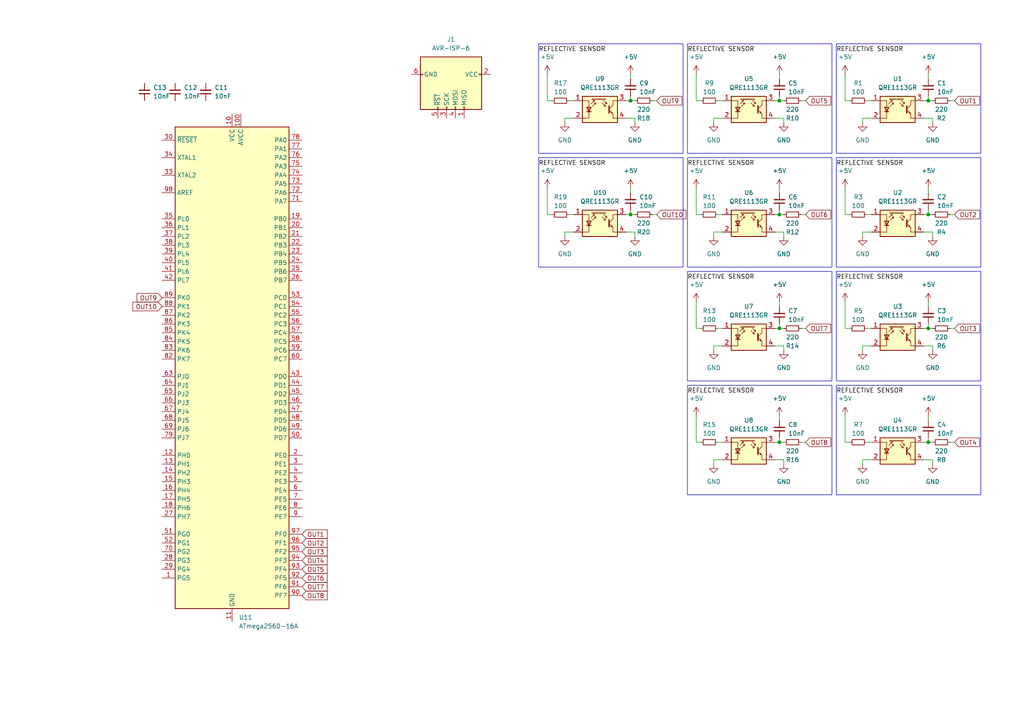
<source format=kicad_sch>
(kicad_sch (version 20230121) (generator eeschema)
  (paper "A4")
  (lib_symbols
    (symbol "Connector:AVR-ISP-6" (pin_names (offset 1.016))
      (property "Reference" "J" (at -6.35 11.43 0))
      (property "Value" "AVR-ISP-6" (at 0 11.43 0))
      (symbol "AVR-ISP-6_0_1"
        (rectangle (start -2.667 -6.858) (end -2.413 -7.62))
        (rectangle (start -2.667 10.16) (end -2.413 9.398))
        (rectangle (start 7.62 -2.413) (end 6.858 -2.667))
        (rectangle (start 7.62 0.127) (end 6.858 -0.127))
        (rectangle (start 7.62 2.667) (end 6.858 2.413))
        (rectangle (start 7.62 5.207) (end 6.858 4.953))
        (rectangle (start 7.62 10.16) (end -7.62 -7.62) (stroke (width 0.254)) (fill (type background)))
      )
      (symbol "AVR-ISP-6_1_1"
        (pin passive line (at 10.16 5.08 180) (length 2.54) (name "MISO") (number "1"))
        (pin passive line (at -2.54 12.7 270) (length 2.54) (name "VCC") (number "2"))
        (pin passive line (at 10.16 0 180) (length 2.54) (name "SCK") (number "3"))
        (pin passive line (at 10.16 2.54 180) (length 2.54) (name "MOSI") (number "4"))
        (pin passive line (at 10.16 -2.54 180) (length 2.54) (name "~{RST}") (number "5"))
        (pin passive line (at -2.54 -10.16 90) (length 2.54) (name "GND") (number "6"))
      )
    )
    (symbol "Device:C_Small" (pin_numbers hide) (pin_names (offset 0.254) hide)
      (property "Reference" "C" (at 0.254 1.778 0))
      (property "Value" "C_Small" (at 0.254 -2.032 0))
      (symbol "C_Small_0_1"
        (polyline (pts (xy -1.524 -0.508) (xy 1.524 -0.508)) (stroke (width 0.3302)))
        (polyline (pts (xy -1.524 0.508) (xy 1.524 0.508)) (stroke (width 0.3048)))
      )
      (symbol "C_Small_1_1"
        (pin passive line (at 0 2.54 270) (length 2.032) (name "~") (number "1"))
        (pin passive line (at 0 -2.54 90) (length 2.032) (name "~") (number "2"))
      )
    )
    (symbol "Device:R_Small" (pin_numbers hide) (pin_names (offset 0.254) hide)
      (property "Reference" "R" (at 0.762 0.508 0))
      (property "Value" "R_Small" (at 0.762 -1.016 0))
      (symbol "R_Small_0_1"
        (rectangle (start -0.762 1.778) (end 0.762 -1.778) (stroke (width 0.2032)))
      )
      (symbol "R_Small_1_1"
        (pin passive line (at 0 2.54 270) (length 0.762) (name "~") (number "1"))
        (pin passive line (at 0 -2.54 90) (length 0.762) (name "~") (number "2"))
      )
    )
    (symbol "MCU_Microchip_ATmega:ATmega2560-16A"
      (property "Reference" "U" (at 0 1.27 0))
      (property "Value" "ATmega2560-16A" (at 0 -1.27 0))
      (symbol "ATmega2560-16A_0_1"
        (rectangle (start -16.51 -69.85) (end 16.51 69.85) (stroke (width 0.254)) (fill (type background)))
      )
      (symbol "ATmega2560-16A_1_1"
        (pin bidirectional line (at -20.32 -60.96 0) (length 3.81) (name "PG5") (number "1"))
        (pin power_in line (at 0 73.66 270) (length 3.81) (name "VCC") (number "10"))
        (pin power_in line (at 2.54 73.66 270) (length 3.81) (name "AVCC") (number "100"))
        (pin power_in line (at 0 -73.66 90) (length 3.81) (name "GND") (number "11"))
        (pin bidirectional line (at -20.32 -25.4 0) (length 3.81) (name "PH0") (number "12"))
        (pin bidirectional line (at -20.32 -27.94 0) (length 3.81) (name "PH1") (number "13"))
        (pin bidirectional line (at -20.32 -30.48 0) (length 3.81) (name "PH2") (number "14"))
        (pin bidirectional line (at -20.32 -33.02 0) (length 3.81) (name "PH3") (number "15"))
        (pin bidirectional line (at -20.32 -35.56 0) (length 3.81) (name "PH4") (number "16"))
        (pin bidirectional line (at -20.32 -38.1 0) (length 3.81) (name "PH5") (number "17"))
        (pin bidirectional line (at -20.32 -40.64 0) (length 3.81) (name "PH6") (number "18"))
        (pin bidirectional line (at 20.32 43.18 180) (length 3.81) (name "PB0") (number "19"))
        (pin bidirectional line (at 20.32 -25.4 180) (length 3.81) (name "PE0") (number "2"))
        (pin bidirectional line (at 20.32 40.64 180) (length 3.81) (name "PB1") (number "20"))
        (pin bidirectional line (at 20.32 38.1 180) (length 3.81) (name "PB2") (number "21"))
        (pin bidirectional line (at 20.32 35.56 180) (length 3.81) (name "PB3") (number "22"))
        (pin bidirectional line (at 20.32 33.02 180) (length 3.81) (name "PB4") (number "23"))
        (pin bidirectional line (at 20.32 30.48 180) (length 3.81) (name "PB5") (number "24"))
        (pin bidirectional line (at 20.32 27.94 180) (length 3.81) (name "PB6") (number "25"))
        (pin bidirectional line (at 20.32 25.4 180) (length 3.81) (name "PB7") (number "26"))
        (pin bidirectional line (at -20.32 -43.18 0) (length 3.81) (name "PH7") (number "27"))
        (pin bidirectional line (at -20.32 -55.88 0) (length 3.81) (name "PG3") (number "28"))
        (pin bidirectional line (at -20.32 -58.42 0) (length 3.81) (name "PG4") (number "29"))
        (pin bidirectional line (at 20.32 -27.94 180) (length 3.81) (name "PE1") (number "3"))
        (pin input line (at -20.32 66.04 0) (length 3.81) (name "~{RESET}") (number "30"))
        (pin passive line (at 0 73.66 270) (length 3.81) hide (name "VCC") (number "31"))
        (pin passive line (at 0 -73.66 90) (length 3.81) hide (name "GND") (number "32"))
        (pin output line (at -20.32 55.88 0) (length 3.81) (name "XTAL2") (number "33"))
        (pin input line (at -20.32 60.96 0) (length 3.81) (name "XTAL1") (number "34"))
        (pin bidirectional line (at -20.32 43.18 0) (length 3.81) (name "PL0") (number "35"))
        (pin bidirectional line (at -20.32 40.64 0) (length 3.81) (name "PL1") (number "36"))
        (pin bidirectional line (at -20.32 38.1 0) (length 3.81) (name "PL2") (number "37"))
        (pin bidirectional line (at -20.32 35.56 0) (length 3.81) (name "PL3") (number "38"))
        (pin bidirectional line (at -20.32 33.02 0) (length 3.81) (name "PL4") (number "39"))
        (pin bidirectional line (at 20.32 -30.48 180) (length 3.81) (name "PE2") (number "4"))
        (pin bidirectional line (at -20.32 30.48 0) (length 3.81) (name "PL5") (number "40"))
        (pin bidirectional line (at -20.32 27.94 0) (length 3.81) (name "PL6") (number "41"))
        (pin bidirectional line (at -20.32 25.4 0) (length 3.81) (name "PL7") (number "42"))
        (pin bidirectional line (at 20.32 -2.54 180) (length 3.81) (name "PD0") (number "43"))
        (pin bidirectional line (at 20.32 -5.08 180) (length 3.81) (name "PD1") (number "44"))
        (pin bidirectional line (at 20.32 -7.62 180) (length 3.81) (name "PD2") (number "45"))
        (pin bidirectional line (at 20.32 -10.16 180) (length 3.81) (name "PD3") (number "46"))
        (pin bidirectional line (at 20.32 -12.7 180) (length 3.81) (name "PD4") (number "47"))
        (pin bidirectional line (at 20.32 -15.24 180) (length 3.81) (name "PD5") (number "48"))
        (pin bidirectional line (at 20.32 -17.78 180) (length 3.81) (name "PD6") (number "49"))
        (pin bidirectional line (at 20.32 -33.02 180) (length 3.81) (name "PE3") (number "5"))
        (pin bidirectional line (at 20.32 -20.32 180) (length 3.81) (name "PD7") (number "50"))
        (pin bidirectional line (at -20.32 -48.26 0) (length 3.81) (name "PG0") (number "51"))
        (pin bidirectional line (at -20.32 -50.8 0) (length 3.81) (name "PG1") (number "52"))
        (pin bidirectional line (at 20.32 20.32 180) (length 3.81) (name "PC0") (number "53"))
        (pin bidirectional line (at 20.32 17.78 180) (length 3.81) (name "PC1") (number "54"))
        (pin bidirectional line (at 20.32 15.24 180) (length 3.81) (name "PC2") (number "55"))
        (pin bidirectional line (at 20.32 12.7 180) (length 3.81) (name "PC3") (number "56"))
        (pin bidirectional line (at 20.32 10.16 180) (length 3.81) (name "PC4") (number "57"))
        (pin bidirectional line (at 20.32 7.62 180) (length 3.81) (name "PC5") (number "58"))
        (pin bidirectional line (at 20.32 5.08 180) (length 3.81) (name "PC6") (number "59"))
        (pin bidirectional line (at 20.32 -35.56 180) (length 3.81) (name "PE4") (number "6"))
        (pin bidirectional line (at 20.32 2.54 180) (length 3.81) (name "PC7") (number "60"))
        (pin passive line (at 0 73.66 270) (length 3.81) hide (name "VCC") (number "61"))
        (pin passive line (at 0 -73.66 90) (length 3.81) hide (name "GND") (number "62"))
        (pin bidirectional line (at -20.32 -2.54 0) (length 3.81) (name "PJ0") (number "63"))
        (pin bidirectional line (at -20.32 -5.08 0) (length 3.81) (name "PJ1") (number "64"))
        (pin bidirectional line (at -20.32 -7.62 0) (length 3.81) (name "PJ2") (number "65"))
        (pin bidirectional line (at -20.32 -10.16 0) (length 3.81) (name "PJ3") (number "66"))
        (pin bidirectional line (at -20.32 -12.7 0) (length 3.81) (name "PJ4") (number "67"))
        (pin bidirectional line (at -20.32 -15.24 0) (length 3.81) (name "PJ5") (number "68"))
        (pin bidirectional line (at -20.32 -17.78 0) (length 3.81) (name "PJ6") (number "69"))
        (pin bidirectional line (at 20.32 -38.1 180) (length 3.81) (name "PE5") (number "7"))
        (pin bidirectional line (at -20.32 -53.34 0) (length 3.81) (name "PG2") (number "70"))
        (pin bidirectional line (at 20.32 48.26 180) (length 3.81) (name "PA7") (number "71"))
        (pin bidirectional line (at 20.32 50.8 180) (length 3.81) (name "PA6") (number "72"))
        (pin bidirectional line (at 20.32 53.34 180) (length 3.81) (name "PA5") (number "73"))
        (pin bidirectional line (at 20.32 55.88 180) (length 3.81) (name "PA4") (number "74"))
        (pin bidirectional line (at 20.32 58.42 180) (length 3.81) (name "PA3") (number "75"))
        (pin bidirectional line (at 20.32 60.96 180) (length 3.81) (name "PA2") (number "76"))
        (pin bidirectional line (at 20.32 63.5 180) (length 3.81) (name "PA1") (number "77"))
        (pin bidirectional line (at 20.32 66.04 180) (length 3.81) (name "PA0") (number "78"))
        (pin bidirectional line (at -20.32 -20.32 0) (length 3.81) (name "PJ7") (number "79"))
        (pin bidirectional line (at 20.32 -40.64 180) (length 3.81) (name "PE6") (number "8"))
        (pin passive line (at 0 73.66 270) (length 3.81) hide (name "VCC") (number "80"))
        (pin passive line (at 0 -73.66 90) (length 3.81) hide (name "GND") (number "81"))
        (pin bidirectional line (at -20.32 2.54 0) (length 3.81) (name "PK7") (number "82"))
        (pin bidirectional line (at -20.32 5.08 0) (length 3.81) (name "PK6") (number "83"))
        (pin bidirectional line (at -20.32 7.62 0) (length 3.81) (name "PK5") (number "84"))
        (pin bidirectional line (at -20.32 10.16 0) (length 3.81) (name "PK4") (number "85"))
        (pin bidirectional line (at -20.32 12.7 0) (length 3.81) (name "PK3") (number "86"))
        (pin bidirectional line (at -20.32 15.24 0) (length 3.81) (name "PK2") (number "87"))
        (pin bidirectional line (at -20.32 17.78 0) (length 3.81) (name "PK1") (number "88"))
        (pin bidirectional line (at -20.32 20.32 0) (length 3.81) (name "PK0") (number "89"))
        (pin bidirectional line (at 20.32 -43.18 180) (length 3.81) (name "PE7") (number "9"))
        (pin bidirectional line (at 20.32 -66.04 180) (length 3.81) (name "PF7") (number "90"))
        (pin bidirectional line (at 20.32 -63.5 180) (length 3.81) (name "PF6") (number "91"))
        (pin bidirectional line (at 20.32 -60.96 180) (length 3.81) (name "PF5") (number "92"))
        (pin bidirectional line (at 20.32 -58.42 180) (length 3.81) (name "PF4") (number "93"))
        (pin bidirectional line (at 20.32 -55.88 180) (length 3.81) (name "PF3") (number "94"))
        (pin bidirectional line (at 20.32 -53.34 180) (length 3.81) (name "PF2") (number "95"))
        (pin bidirectional line (at 20.32 -50.8 180) (length 3.81) (name "PF1") (number "96"))
        (pin bidirectional line (at 20.32 -48.26 180) (length 3.81) (name "PF0") (number "97"))
        (pin passive line (at -20.32 50.8 0) (length 3.81) (name "AREF") (number "98"))
        (pin passive line (at 0 -73.66 90) (length 3.81) hide (name "GND") (number "99"))
      )
    )
    (symbol "Sensor_Proximity:QRE1113GR" (pin_names (offset 0.0254) hide)
      (property "Reference" "U" (at -3.81 5.08 0))
      (property "Value" "QRE1113GR" (at 11.43 5.08 0))
      (symbol "QRE1113GR_0_1"
        (polyline (pts (xy -3.81 -0.635) (xy -2.54 -0.635)) (stroke (width 0.254)))
        (polyline (pts (xy -2.286 2.921) (xy -2.032 3.175)))
        (polyline (pts (xy -1.778 2.921) (xy -1.524 3.175)))
        (polyline (pts (xy -1.524 2.667) (xy -1.651 2.159)))
        (polyline (pts (xy -1.27 2.921) (xy -1.016 3.175)))
        (polyline (pts (xy -1.143 1.905) (xy -1.27 1.397)))
        (polyline (pts (xy -0.762 2.921) (xy -0.508 3.175)))
        (polyline (pts (xy -0.254 2.921) (xy 0 3.175)))
        (polyline (pts (xy 0.254 2.921) (xy 0.508 3.175)))
        (polyline (pts (xy 0.762 2.921) (xy 1.016 3.175)))
        (polyline (pts (xy 1.27 2.921) (xy 1.524 3.175)))
        (polyline (pts (xy 1.651 0.889) (xy 1.143 1.016)))
        (polyline (pts (xy 1.778 2.921) (xy -2.413 2.921)))
        (polyline (pts (xy 2.032 1.651) (xy 1.524 1.778)))
        (polyline (pts (xy 2.667 -0.127) (xy 3.81 -1.27)))
        (polyline (pts (xy 2.667 0.127) (xy 3.81 1.27)))
        (polyline (pts (xy -2.54 1.651) (xy -1.524 2.667) (xy -2.032 2.54)))
        (polyline (pts (xy -2.159 0.889) (xy -1.143 1.905) (xy -1.651 1.778)))
        (polyline (pts (xy 0.635 1.905) (xy 1.651 0.889) (xy 1.524 1.397)))
        (polyline (pts (xy 1.016 2.667) (xy 2.032 1.651) (xy 1.905 2.159)))
        (polyline (pts (xy 2.667 1.016) (xy 2.667 -1.016) (xy 2.667 -1.016)) (stroke (width 0.3556)))
        (polyline (pts (xy 3.81 -1.27) (xy 3.81 -2.54) (xy 5.08 -2.54)))
        (polyline (pts (xy 3.81 1.27) (xy 3.81 2.54) (xy 5.08 2.54)))
        (polyline (pts (xy -5.08 -2.54) (xy -3.175 -2.54) (xy -3.175 2.54) (xy -5.08 2.54)))
        (polyline (pts (xy -3.175 -0.635) (xy -3.81 0.635) (xy -2.54 0.635) (xy -3.175 -0.635)) (stroke (width 0.254)))
        (polyline (pts (xy 3.683 -1.143) (xy 3.429 -0.635) (xy 3.175 -0.889) (xy 3.683 -1.143)))
        (polyline (pts (xy -5.08 -3.81) (xy 5.08 -3.81) (xy 5.08 3.81) (xy -5.08 3.81) (xy -5.08 -3.81)) (stroke (width 0.254)) (fill (type background)))
      )
      (symbol "QRE1113GR_1_1"
        (pin passive line (at -7.62 2.54 0) (length 2.54) (name "A") (number "1"))
        (pin passive line (at -7.62 -2.54 0) (length 2.54) (name "K") (number "2"))
        (pin open_collector line (at 7.62 2.54 180) (length 2.54) (name "~") (number "3"))
        (pin open_emitter line (at 7.62 -2.54 180) (length 2.54) (name "~") (number "4"))
      )
    )
    (symbol "power:+5V" (power) (pin_names (offset 0))
      (property "Value" "+5V" (at 0 3.556 0))
      (symbol "+5V_0_1"
        (polyline (pts (xy -0.762 1.27) (xy 0 2.54)))
        (polyline (pts (xy 0 0) (xy 0 2.54)))
        (polyline (pts (xy 0 2.54) (xy 0.762 1.27)))
      )
      (symbol "+5V_1_1"
        (pin power_in line (at 0 0 90) (length 0) hide (name "+5V") (number "1"))
      )
    )
    (symbol "power:GND" (power) (pin_names (offset 0))
      (property "Value" "GND" (at 0 -3.81 0))
      (symbol "GND_0_1"
        (polyline (pts (xy 0 0) (xy 0 -1.27) (xy 1.27 -1.27) (xy 0 -2.54) (xy -1.27 -1.27) (xy 0 -1.27)))
      )
      (symbol "GND_1_1"
        (pin power_in line (at 0 0 270) (length 0) hide (name "GND") (number "1"))
      )
    )
  )
  (junction (at 226.06 62.23))
  (junction (at 269.24 62.23))
  (junction (at 269.24 95.25))
  (junction (at 226.06 128.27))
  (junction (at 226.06 29.21))
  (junction (at 269.24 128.27))
  (junction (at 226.06 95.25))
  (junction (at 182.88 29.21))
  (junction (at 182.88 62.23))
  (junction (at 269.24 29.21))
  (wire (pts (xy 166.37 34.29) (xy 163.83 34.29)))
  (wire (pts (xy 269.24 95.25) (xy 270.51 95.25)))
  (wire (pts (xy 251.46 128.27) (xy 252.73 128.27)))
  (wire (pts (xy 267.97 34.29) (xy 270.51 34.29)))
  (wire (pts (xy 224.79 128.27) (xy 226.06 128.27)))
  (wire (pts (xy 232.41 95.25) (xy 233.68 95.25)))
  (wire (pts (xy 269.24 29.21) (xy 270.51 29.21)))
  (wire (pts (xy 232.41 62.23) (xy 233.68 62.23)))
  (wire (pts (xy 158.75 21.59) (xy 158.75 29.21)))
  (wire (pts (xy 267.97 128.27) (xy 269.24 128.27)))
  (wire (pts (xy 165.1 29.21) (xy 166.37 29.21)))
  (wire (pts (xy 226.06 62.23) (xy 227.33 62.23)))
  (wire (pts (xy 226.06 95.25) (xy 227.33 95.25)))
  (wire (pts (xy 208.28 29.21) (xy 209.55 29.21)))
  (wire (pts (xy 181.61 29.21) (xy 182.88 29.21)))
  (wire (pts (xy 267.97 133.35) (xy 270.51 133.35)))
  (wire (pts (xy 182.88 62.23) (xy 182.88 60.96)))
  (wire (pts (xy 207.01 133.35) (xy 207.01 134.62)))
  (wire (pts (xy 269.24 128.27) (xy 270.51 128.27)))
  (wire (pts (xy 250.19 100.33) (xy 250.19 101.6)))
  (wire (pts (xy 269.24 87.63) (xy 269.24 88.9)))
  (wire (pts (xy 165.1 62.23) (xy 166.37 62.23)))
  (wire (pts (xy 209.55 34.29) (xy 207.01 34.29)))
  (wire (pts (xy 209.55 133.35) (xy 207.01 133.35)))
  (wire (pts (xy 163.83 67.31) (xy 163.83 68.58)))
  (wire (pts (xy 224.79 67.31) (xy 227.33 67.31)))
  (wire (pts (xy 208.28 128.27) (xy 209.55 128.27)))
  (wire (pts (xy 224.79 62.23) (xy 226.06 62.23)))
  (wire (pts (xy 201.93 21.59) (xy 201.93 29.21)))
  (wire (pts (xy 201.93 29.21) (xy 203.2 29.21)))
  (wire (pts (xy 224.79 95.25) (xy 226.06 95.25)))
  (wire (pts (xy 245.11 128.27) (xy 246.38 128.27)))
  (wire (pts (xy 208.28 62.23) (xy 209.55 62.23)))
  (wire (pts (xy 208.28 95.25) (xy 209.55 95.25)))
  (wire (pts (xy 250.19 133.35) (xy 250.19 134.62)))
  (wire (pts (xy 158.75 29.21) (xy 160.02 29.21)))
  (wire (pts (xy 252.73 67.31) (xy 250.19 67.31)))
  (wire (pts (xy 267.97 95.25) (xy 269.24 95.25)))
  (wire (pts (xy 207.01 34.29) (xy 207.01 35.56)))
  (wire (pts (xy 251.46 95.25) (xy 252.73 95.25)))
  (wire (pts (xy 232.41 29.21) (xy 233.68 29.21)))
  (wire (pts (xy 226.06 120.65) (xy 226.06 121.92)))
  (wire (pts (xy 226.06 128.27) (xy 227.33 128.27)))
  (wire (pts (xy 245.11 87.63) (xy 245.11 95.25)))
  (wire (pts (xy 227.33 67.31) (xy 227.33 68.58)))
  (wire (pts (xy 201.93 87.63) (xy 201.93 95.25)))
  (wire (pts (xy 181.61 34.29) (xy 184.15 34.29)))
  (wire (pts (xy 181.61 67.31) (xy 184.15 67.31)))
  (wire (pts (xy 189.23 62.23) (xy 190.5 62.23)))
  (wire (pts (xy 252.73 34.29) (xy 250.19 34.29)))
  (wire (pts (xy 201.93 95.25) (xy 203.2 95.25)))
  (wire (pts (xy 189.23 29.21) (xy 190.5 29.21)))
  (wire (pts (xy 182.88 62.23) (xy 184.15 62.23)))
  (wire (pts (xy 201.93 120.65) (xy 201.93 128.27)))
  (wire (pts (xy 252.73 133.35) (xy 250.19 133.35)))
  (wire (pts (xy 207.01 67.31) (xy 207.01 68.58)))
  (wire (pts (xy 275.59 95.25) (xy 276.86 95.25)))
  (wire (pts (xy 269.24 21.59) (xy 269.24 22.86)))
  (wire (pts (xy 269.24 62.23) (xy 269.24 60.96)))
  (wire (pts (xy 181.61 62.23) (xy 182.88 62.23)))
  (wire (pts (xy 269.24 128.27) (xy 269.24 127)))
  (wire (pts (xy 267.97 67.31) (xy 270.51 67.31)))
  (wire (pts (xy 224.79 133.35) (xy 227.33 133.35)))
  (wire (pts (xy 201.93 54.61) (xy 201.93 62.23)))
  (wire (pts (xy 182.88 29.21) (xy 184.15 29.21)))
  (wire (pts (xy 182.88 54.61) (xy 182.88 55.88)))
  (wire (pts (xy 269.24 95.25) (xy 269.24 93.98)))
  (wire (pts (xy 270.51 67.31) (xy 270.51 68.58)))
  (wire (pts (xy 184.15 67.31) (xy 184.15 68.58)))
  (wire (pts (xy 166.37 67.31) (xy 163.83 67.31)))
  (wire (pts (xy 269.24 54.61) (xy 269.24 55.88)))
  (wire (pts (xy 269.24 62.23) (xy 270.51 62.23)))
  (wire (pts (xy 252.73 100.33) (xy 250.19 100.33)))
  (wire (pts (xy 182.88 21.59) (xy 182.88 22.86)))
  (wire (pts (xy 226.06 29.21) (xy 227.33 29.21)))
  (wire (pts (xy 227.33 100.33) (xy 227.33 101.6)))
  (wire (pts (xy 224.79 34.29) (xy 227.33 34.29)))
  (wire (pts (xy 267.97 29.21) (xy 269.24 29.21)))
  (wire (pts (xy 226.06 62.23) (xy 226.06 60.96)))
  (wire (pts (xy 267.97 100.33) (xy 270.51 100.33)))
  (wire (pts (xy 207.01 100.33) (xy 207.01 101.6)))
  (wire (pts (xy 245.11 29.21) (xy 246.38 29.21)))
  (wire (pts (xy 275.59 128.27) (xy 276.86 128.27)))
  (wire (pts (xy 224.79 100.33) (xy 227.33 100.33)))
  (wire (pts (xy 158.75 54.61) (xy 158.75 62.23)))
  (wire (pts (xy 250.19 34.29) (xy 250.19 35.56)))
  (wire (pts (xy 245.11 54.61) (xy 245.11 62.23)))
  (wire (pts (xy 226.06 29.21) (xy 226.06 27.94)))
  (wire (pts (xy 245.11 120.65) (xy 245.11 128.27)))
  (wire (pts (xy 224.79 29.21) (xy 226.06 29.21)))
  (wire (pts (xy 227.33 34.29) (xy 227.33 35.56)))
  (wire (pts (xy 270.51 100.33) (xy 270.51 101.6)))
  (wire (pts (xy 163.83 34.29) (xy 163.83 35.56)))
  (wire (pts (xy 209.55 67.31) (xy 207.01 67.31)))
  (wire (pts (xy 226.06 87.63) (xy 226.06 88.9)))
  (wire (pts (xy 184.15 34.29) (xy 184.15 35.56)))
  (wire (pts (xy 251.46 29.21) (xy 252.73 29.21)))
  (wire (pts (xy 201.93 128.27) (xy 203.2 128.27)))
  (wire (pts (xy 209.55 100.33) (xy 207.01 100.33)))
  (wire (pts (xy 269.24 120.65) (xy 269.24 121.92)))
  (wire (pts (xy 250.19 67.31) (xy 250.19 68.58)))
  (wire (pts (xy 226.06 95.25) (xy 226.06 93.98)))
  (wire (pts (xy 245.11 62.23) (xy 246.38 62.23)))
  (wire (pts (xy 226.06 21.59) (xy 226.06 22.86)))
  (wire (pts (xy 267.97 62.23) (xy 269.24 62.23)))
  (wire (pts (xy 245.11 95.25) (xy 246.38 95.25)))
  (wire (pts (xy 226.06 54.61) (xy 226.06 55.88)))
  (wire (pts (xy 275.59 62.23) (xy 276.86 62.23)))
  (wire (pts (xy 270.51 34.29) (xy 270.51 35.56)))
  (wire (pts (xy 182.88 29.21) (xy 182.88 27.94)))
  (wire (pts (xy 201.93 62.23) (xy 203.2 62.23)))
  (wire (pts (xy 245.11 21.59) (xy 245.11 29.21)))
  (wire (pts (xy 158.75 62.23) (xy 160.02 62.23)))
  (wire (pts (xy 270.51 133.35) (xy 270.51 134.62)))
  (wire (pts (xy 232.41 128.27) (xy 233.68 128.27)))
  (wire (pts (xy 226.06 128.27) (xy 226.06 127)))
  (wire (pts (xy 227.33 133.35) (xy 227.33 134.62)))
  (wire (pts (xy 251.46 62.23) (xy 252.73 62.23)))
  (wire (pts (xy 269.24 29.21) (xy 269.24 27.94)))
  (wire (pts (xy 275.59 29.21) (xy 276.86 29.21)))
  (rectangle (start 199.39 78.74) (end 241.3 110.49))
  (rectangle (start 156.21 45.72) (end 198.12 77.47))
  (rectangle (start 242.57 78.74) (end 284.48 110.49))
  (rectangle (start 199.39 45.72) (end 241.3 77.47))
  (rectangle (start 199.39 111.76) (end 241.3 143.51))
  (rectangle (start 199.39 12.7) (end 241.3 44.45))
  (rectangle (start 242.57 111.76) (end 284.48 143.51))
  (rectangle (start 242.57 45.72) (end 284.48 77.47))
  (rectangle (start 242.57 12.7) (end 284.48 44.45))
  (rectangle (start 156.21 12.7) (end 198.12 44.45))
  (label "REFLECTIVE SENSOR" (at 199.39 48.26 0))
  (label "REFLECTIVE SENSOR" (at 199.39 81.28 0))
  (label "REFLECTIVE SENSOR" (at 156.21 15.24 0))
  (label "REFLECTIVE SENSOR" (at 242.57 81.28 0))
  (label "REFLECTIVE SENSOR" (at 242.57 15.24 0))
  (label "REFLECTIVE SENSOR" (at 199.39 15.24 0))
  (label "REFLECTIVE SENSOR" (at 199.39 114.3 0))
  (label "REFLECTIVE SENSOR" (at 242.57 48.26 0))
  (label "REFLECTIVE SENSOR" (at 242.57 114.3 0))
  (label "REFLECTIVE SENSOR" (at 156.21 48.26 0))
  (global_label "OUT8" (shape input) (at 87.63 172.72 0) (property "Intersheetrefs" "${INTERSHEET_REFS}" (effects hide)))
  (global_label "OUT6" (shape input) (at 87.63 167.64 0) (property "Intersheetrefs" "${INTERSHEET_REFS}" (effects hide)))
  (global_label "OUT1" (shape input) (at 276.86 29.21 0) (property "Intersheetrefs" "${INTERSHEET_REFS}" (effects hide)))
  (global_label "OUT9" (shape input) (at 46.99 86.36 180) (property "Intersheetrefs" "${INTERSHEET_REFS}" (effects hide)))
  (global_label "OUT3" (shape input) (at 87.63 160.02 0) (property "Intersheetrefs" "${INTERSHEET_REFS}" (effects hide)))
  (global_label "OUT5" (shape input) (at 233.68 29.21 0) (property "Intersheetrefs" "${INTERSHEET_REFS}" (effects hide)))
  (global_label "OUT7" (shape input) (at 233.68 95.25 0) (property "Intersheetrefs" "${INTERSHEET_REFS}" (effects hide)))
  (global_label "OUT6" (shape input) (at 233.68 62.23 0) (property "Intersheetrefs" "${INTERSHEET_REFS}" (effects hide)))
  (global_label "OUT3" (shape input) (at 276.86 95.25 0) (property "Intersheetrefs" "${INTERSHEET_REFS}" (effects hide)))
  (global_label "OUT1" (shape input) (at 87.63 154.94 0) (property "Intersheetrefs" "${INTERSHEET_REFS}" (effects hide)))
  (global_label "OUT2" (shape input) (at 87.63 157.48 0) (property "Intersheetrefs" "${INTERSHEET_REFS}" (effects hide)))
  (global_label "OUT4" (shape input) (at 87.63 162.56 0) (property "Intersheetrefs" "${INTERSHEET_REFS}" (effects hide)))
  (global_label "OUT10" (shape input) (at 190.5 62.23 0) (property "Intersheetrefs" "${INTERSHEET_REFS}" (effects hide)))
  (global_label "OUT8" (shape input) (at 233.68 128.27 0) (property "Intersheetrefs" "${INTERSHEET_REFS}" (effects hide)))
  (global_label "OUT4" (shape input) (at 276.86 128.27 0) (property "Intersheetrefs" "${INTERSHEET_REFS}" (effects hide)))
  (global_label "OUT10" (shape input) (at 46.99 88.9 180) (property "Intersheetrefs" "${INTERSHEET_REFS}" (effects hide)))
  (global_label "OUT5" (shape input) (at 87.63 165.1 0) (property "Intersheetrefs" "${INTERSHEET_REFS}" (effects hide)))
  (global_label "OUT2" (shape input) (at 276.86 62.23 0) (property "Intersheetrefs" "${INTERSHEET_REFS}" (effects hide)))
  (global_label "OUT9" (shape input) (at 190.5 29.21 0) (property "Intersheetrefs" "${INTERSHEET_REFS}" (effects hide)))
  (global_label "OUT7" (shape input) (at 87.63 170.18 0) (property "Intersheetrefs" "${INTERSHEET_REFS}" (effects hide)))
  (symbol (lib_id "Sensor_Proximity:QRE1113GR") (at 173.99 31.75 0) (unit 1)
    (property "Reference" "U9" (at 173.99 22.86 0))
    (property "Value" "QRE1113GR" (at 173.99 25.4 0))
    (property "Footprint" "OptoDevice:OnSemi_CASE100CY" (effects hide))
    (property "Datasheet" "http://www.onsemi.com/pub/Collateral/QRE1113-D.PDF" (effects hide))
  )
  (symbol (lib_id "power:GND") (at 163.83 68.58 0) (unit 1)
    (property "Reference" "#PWR038" (effects hide))
    (property "Value" "GND" (at 163.83 73.66 0))
  )
  (symbol (lib_id "Device:C_Small") (at 182.88 25.4 180) (unit 1)
    (property "Reference" "C9" (at 185.42 24.1236 0) (effects (justify right)))
    (property "Value" "10nF" (at 185.42 26.6636 0) (effects (justify right)))
    (property "Footprint" "Capacitor_SMD:C_0603_1608Metric" (effects hide))
  )
  (symbol (lib_id "power:GND") (at 207.01 68.58 0) (unit 1)
    (property "Reference" "#PWR022" (effects hide))
    (property "Value" "GND" (at 207.01 73.66 0))
  )
  (symbol (lib_id "power:GND") (at 270.51 101.6 0) (unit 1)
    (property "Reference" "#PWR012" (effects hide))
    (property "Value" "GND" (at 270.51 106.68 0))
  )
  (symbol (lib_id "Device:C_Small") (at 182.88 58.42 180) (unit 1)
    (property "Reference" "C10" (at 185.42 57.1436 0) (effects (justify right)))
    (property "Value" "10nF" (at 185.42 59.6836 0) (effects (justify right)))
    (property "Footprint" "Capacitor_SMD:C_0603_1608Metric" (effects hide))
  )
  (symbol (lib_id "power:GND") (at 227.33 68.58 0) (unit 1)
    (property "Reference" "#PWR024" (effects hide))
    (property "Value" "GND" (at 227.33 73.66 0))
  )
  (symbol (lib_id "Device:R_Small") (at 273.05 29.21 90) (unit 1)
    (property "Reference" "R2" (at 273.05 34.29 90))
    (property "Value" "220" (at 273.05 31.75 90))
    (property "Footprint" "Resistor_SMD:R_0603_1608Metric" (effects hide))
  )
  (symbol (lib_id "Device:C_Small") (at 226.06 58.42 180) (unit 1)
    (property "Reference" "C6" (at 228.6 57.1436 0) (effects (justify right)))
    (property "Value" "10nF" (at 228.6 59.6836 0) (effects (justify right)))
    (property "Footprint" "Capacitor_SMD:C_0603_1608Metric" (effects hide))
  )
  (symbol (lib_id "Device:C_Small") (at 226.06 91.44 180) (unit 1)
    (property "Reference" "C7" (at 228.6 90.1636 0) (effects (justify right)))
    (property "Value" "10nF" (at 228.6 92.7036 0) (effects (justify right)))
    (property "Footprint" "Capacitor_SMD:C_0603_1608Metric" (effects hide))
  )
  (symbol (lib_id "power:+5V") (at 269.24 87.63 0) (unit 1)
    (property "Reference" "#PWR011" (effects hide))
    (property "Value" "+5V" (at 269.24 82.55 0))
  )
  (symbol (lib_id "Device:R_Small") (at 205.74 128.27 90) (unit 1)
    (property "Reference" "R15" (at 205.74 123.19 90))
    (property "Value" "100" (at 205.74 125.73 90))
    (property "Footprint" "Resistor_SMD:R_0603_1608Metric" (effects hide))
  )
  (symbol (lib_id "Device:R_Small") (at 248.92 128.27 90) (unit 1)
    (property "Reference" "R7" (at 248.92 123.19 90))
    (property "Value" "100" (at 248.92 125.73 90))
    (property "Footprint" "Resistor_SMD:R_0603_1608Metric" (effects hide))
  )
  (symbol (lib_id "power:GND") (at 207.01 35.56 0) (unit 1)
    (property "Reference" "#PWR018" (effects hide))
    (property "Value" "GND" (at 207.01 40.64 0))
  )
  (symbol (lib_id "power:+5V") (at 201.93 87.63 0) (unit 1)
    (property "Reference" "#PWR025" (effects hide))
    (property "Value" "+5V" (at 201.93 82.55 0))
  )
  (symbol (lib_id "MCU_Microchip_ATmega:ATmega2560-16A") (at 67.31 106.68 0) (unit 1)
    (property "Reference" "U11" (at 69.2659 179.07 0) (effects (justify left)))
    (property "Value" "ATmega2560-16A" (at 69.2659 181.61 0) (effects (justify left)))
    (property "Footprint" "Package_QFP:TQFP-100_14x14mm_P0.5mm" (effects hide))
    (property "Datasheet" "http://ww1.microchip.com/downloads/en/DeviceDoc/Atmel-2549-8-bit-AVR-Microcontroller-ATmega640-1280-1281-2560-2561_datasheet.pdf" (effects hide))
  )
  (symbol (lib_id "Connector:AVR-ISP-6") (at 129.54 24.13 270) (unit 1)
    (property "Reference" "J1" (at 130.81 11.43 90))
    (property "Value" "AVR-ISP-6" (at 130.81 13.97 90))
    (property "Datasheet" " ~" (effects hide))
  )
  (symbol (lib_id "Device:C_Small") (at 41.91 26.67 180) (unit 1)
    (property "Reference" "C13" (at 44.45 25.3936 0) (effects (justify right)))
    (property "Value" "10nF" (at 44.45 27.9336 0) (effects (justify right)))
    (property "Footprint" "Capacitor_SMD:C_0603_1608Metric" (effects hide))
  )
  (symbol (lib_id "power:GND") (at 227.33 35.56 0) (unit 1)
    (property "Reference" "#PWR020" (effects hide))
    (property "Value" "GND" (at 227.33 40.64 0))
  )
  (symbol (lib_id "power:+5V") (at 182.88 54.61 0) (unit 1)
    (property "Reference" "#PWR039" (effects hide))
    (property "Value" "+5V" (at 182.88 49.53 0))
  )
  (symbol (lib_id "power:GND") (at 184.15 35.56 0) (unit 1)
    (property "Reference" "#PWR036" (effects hide))
    (property "Value" "GND" (at 184.15 40.64 0))
  )
  (symbol (lib_id "Sensor_Proximity:QRE1113GR") (at 217.17 31.75 0) (unit 1)
    (property "Reference" "U5" (at 217.17 22.86 0))
    (property "Value" "QRE1113GR" (at 217.17 25.4 0))
    (property "Footprint" "OptoDevice:OnSemi_CASE100CY" (effects hide))
    (property "Datasheet" "http://www.onsemi.com/pub/Collateral/QRE1113-D.PDF" (effects hide))
  )
  (symbol (lib_id "Sensor_Proximity:QRE1113GR") (at 260.35 97.79 0) (unit 1)
    (property "Reference" "U3" (at 260.35 88.9 0))
    (property "Value" "QRE1113GR" (at 260.35 91.44 0))
    (property "Footprint" "OptoDevice:OnSemi_CASE100CY" (effects hide))
    (property "Datasheet" "http://www.onsemi.com/pub/Collateral/QRE1113-D.PDF" (effects hide))
  )
  (symbol (lib_id "Sensor_Proximity:QRE1113GR") (at 173.99 64.77 0) (unit 1)
    (property "Reference" "U10" (at 173.99 55.88 0))
    (property "Value" "QRE1113GR" (at 173.99 58.42 0))
    (property "Footprint" "OptoDevice:OnSemi_CASE100CY" (effects hide))
    (property "Datasheet" "http://www.onsemi.com/pub/Collateral/QRE1113-D.PDF" (effects hide))
  )
  (symbol (lib_id "Device:R_Small") (at 162.56 29.21 90) (unit 1)
    (property "Reference" "R17" (at 162.56 24.13 90))
    (property "Value" "100" (at 162.56 26.67 90))
    (property "Footprint" "Resistor_SMD:R_0603_1608Metric" (effects hide))
  )
  (symbol (lib_id "power:+5V") (at 245.11 120.65 0) (unit 1)
    (property "Reference" "#PWR013" (effects hide))
    (property "Value" "+5V" (at 245.11 115.57 0))
  )
  (symbol (lib_id "Device:R_Small") (at 229.87 29.21 90) (unit 1)
    (property "Reference" "R10" (at 229.87 34.29 90))
    (property "Value" "220" (at 229.87 31.75 90))
    (property "Footprint" "Resistor_SMD:R_0603_1608Metric" (effects hide))
  )
  (symbol (lib_id "power:+5V") (at 269.24 120.65 0) (unit 1)
    (property "Reference" "#PWR015" (effects hide))
    (property "Value" "+5V" (at 269.24 115.57 0))
  )
  (symbol (lib_id "Device:R_Small") (at 205.74 29.21 90) (unit 1)
    (property "Reference" "R9" (at 205.74 24.13 90))
    (property "Value" "100" (at 205.74 26.67 90))
    (property "Footprint" "Resistor_SMD:R_0603_1608Metric" (effects hide))
  )
  (symbol (lib_id "Device:C_Small") (at 226.06 25.4 180) (unit 1)
    (property "Reference" "C5" (at 228.6 24.1236 0) (effects (justify right)))
    (property "Value" "10nF" (at 228.6 26.6636 0) (effects (justify right)))
    (property "Footprint" "Capacitor_SMD:C_0603_1608Metric" (effects hide))
  )
  (symbol (lib_id "Device:R_Small") (at 186.69 29.21 90) (unit 1)
    (property "Reference" "R18" (at 186.69 34.29 90))
    (property "Value" "220" (at 186.69 31.75 90))
    (property "Footprint" "Resistor_SMD:R_0603_1608Metric" (effects hide))
  )
  (symbol (lib_id "power:GND") (at 250.19 68.58 0) (unit 1)
    (property "Reference" "#PWR06" (effects hide))
    (property "Value" "GND" (at 250.19 73.66 0))
  )
  (symbol (lib_id "Device:R_Small") (at 248.92 62.23 90) (unit 1)
    (property "Reference" "R3" (at 248.92 57.15 90))
    (property "Value" "100" (at 248.92 59.69 90))
    (property "Footprint" "Resistor_SMD:R_0603_1608Metric" (effects hide))
  )
  (symbol (lib_id "Sensor_Proximity:QRE1113GR") (at 217.17 97.79 0) (unit 1)
    (property "Reference" "U7" (at 217.17 88.9 0))
    (property "Value" "QRE1113GR" (at 217.17 91.44 0))
    (property "Footprint" "OptoDevice:OnSemi_CASE100CY" (effects hide))
    (property "Datasheet" "http://www.onsemi.com/pub/Collateral/QRE1113-D.PDF" (effects hide))
  )
  (symbol (lib_id "Device:R_Small") (at 205.74 95.25 90) (unit 1)
    (property "Reference" "R13" (at 205.74 90.17 90))
    (property "Value" "100" (at 205.74 92.71 90))
    (property "Footprint" "Resistor_SMD:R_0603_1608Metric" (effects hide))
  )
  (symbol (lib_id "power:GND") (at 207.01 101.6 0) (unit 1)
    (property "Reference" "#PWR026" (effects hide))
    (property "Value" "GND" (at 207.01 106.68 0))
  )
  (symbol (lib_id "Device:R_Small") (at 273.05 95.25 90) (unit 1)
    (property "Reference" "R6" (at 273.05 100.33 90))
    (property "Value" "220" (at 273.05 97.79 90))
    (property "Footprint" "Resistor_SMD:R_0603_1608Metric" (effects hide))
  )
  (symbol (lib_id "Device:C_Small") (at 50.8 26.67 180) (unit 1)
    (property "Reference" "C12" (at 53.34 25.3936 0) (effects (justify right)))
    (property "Value" "10nF" (at 53.34 27.9336 0) (effects (justify right)))
    (property "Footprint" "Capacitor_SMD:C_0603_1608Metric" (effects hide))
  )
  (symbol (lib_id "power:GND") (at 207.01 134.62 0) (unit 1)
    (property "Reference" "#PWR030" (effects hide))
    (property "Value" "GND" (at 207.01 139.7 0))
  )
  (symbol (lib_id "Device:C_Small") (at 59.69 26.67 180) (unit 1)
    (property "Reference" "C11" (at 62.23 25.3936 0) (effects (justify right)))
    (property "Value" "10nF" (at 62.23 27.9336 0) (effects (justify right)))
    (property "Footprint" "Capacitor_SMD:C_0603_1608Metric" (effects hide))
  )
  (symbol (lib_id "power:+5V") (at 245.11 21.59 0) (unit 1)
    (property "Reference" "#PWR04" (effects hide))
    (property "Value" "+5V" (at 245.11 16.51 0))
  )
  (symbol (lib_id "power:+5V") (at 245.11 87.63 0) (unit 1)
    (property "Reference" "#PWR09" (effects hide))
    (property "Value" "+5V" (at 245.11 82.55 0))
  )
  (symbol (lib_id "power:+5V") (at 201.93 54.61 0) (unit 1)
    (property "Reference" "#PWR021" (effects hide))
    (property "Value" "+5V" (at 201.93 49.53 0))
  )
  (symbol (lib_id "power:+5V") (at 201.93 21.59 0) (unit 1)
    (property "Reference" "#PWR017" (effects hide))
    (property "Value" "+5V" (at 201.93 16.51 0))
  )
  (symbol (lib_id "power:+5V") (at 226.06 87.63 0) (unit 1)
    (property "Reference" "#PWR027" (effects hide))
    (property "Value" "+5V" (at 226.06 82.55 0))
  )
  (symbol (lib_id "power:GND") (at 163.83 35.56 0) (unit 1)
    (property "Reference" "#PWR034" (effects hide))
    (property "Value" "GND" (at 163.83 40.64 0))
  )
  (symbol (lib_id "Device:R_Small") (at 162.56 62.23 90) (unit 1)
    (property "Reference" "R19" (at 162.56 57.15 90))
    (property "Value" "100" (at 162.56 59.69 90))
    (property "Footprint" "Resistor_SMD:R_0603_1608Metric" (effects hide))
  )
  (symbol (lib_id "power:+5V") (at 269.24 21.59 0) (unit 1)
    (property "Reference" "#PWR03" (effects hide))
    (property "Value" "+5V" (at 269.24 16.51 0))
  )
  (symbol (lib_id "power:+5V") (at 245.11 54.61 0) (unit 1)
    (property "Reference" "#PWR05" (effects hide))
    (property "Value" "+5V" (at 245.11 49.53 0))
  )
  (symbol (lib_id "power:GND") (at 270.51 68.58 0) (unit 1)
    (property "Reference" "#PWR08" (effects hide))
    (property "Value" "GND" (at 270.51 73.66 0))
  )
  (symbol (lib_id "Device:R_Small") (at 229.87 128.27 90) (unit 1)
    (property "Reference" "R16" (at 229.87 133.35 90))
    (property "Value" "220" (at 229.87 130.81 90))
    (property "Footprint" "Resistor_SMD:R_0603_1608Metric" (effects hide))
  )
  (symbol (lib_id "Device:R_Small") (at 229.87 62.23 90) (unit 1)
    (property "Reference" "R12" (at 229.87 67.31 90))
    (property "Value" "220" (at 229.87 64.77 90))
    (property "Footprint" "Resistor_SMD:R_0603_1608Metric" (effects hide))
  )
  (symbol (lib_id "Device:R_Small") (at 273.05 62.23 90) (unit 1)
    (property "Reference" "R4" (at 273.05 67.31 90))
    (property "Value" "220" (at 273.05 64.77 90))
    (property "Footprint" "Resistor_SMD:R_0603_1608Metric" (effects hide))
  )
  (symbol (lib_id "Device:C_Small") (at 226.06 124.46 180) (unit 1)
    (property "Reference" "C8" (at 228.6 123.1836 0) (effects (justify right)))
    (property "Value" "10nF" (at 228.6 125.7236 0) (effects (justify right)))
    (property "Footprint" "Capacitor_SMD:C_0603_1608Metric" (effects hide))
  )
  (symbol (lib_id "power:GND") (at 250.19 35.56 0) (unit 1)
    (property "Reference" "#PWR01" (effects hide))
    (property "Value" "GND" (at 250.19 40.64 0))
  )
  (symbol (lib_id "Sensor_Proximity:QRE1113GR") (at 260.35 64.77 0) (unit 1)
    (property "Reference" "U2" (at 260.35 55.88 0))
    (property "Value" "QRE1113GR" (at 260.35 58.42 0))
    (property "Footprint" "OptoDevice:OnSemi_CASE100CY" (effects hide))
    (property "Datasheet" "http://www.onsemi.com/pub/Collateral/QRE1113-D.PDF" (effects hide))
  )
  (symbol (lib_id "power:GND") (at 270.51 134.62 0) (unit 1)
    (property "Reference" "#PWR016" (effects hide))
    (property "Value" "GND" (at 270.51 139.7 0))
  )
  (symbol (lib_id "power:GND") (at 250.19 134.62 0) (unit 1)
    (property "Reference" "#PWR014" (effects hide))
    (property "Value" "GND" (at 250.19 139.7 0))
  )
  (symbol (lib_id "Sensor_Proximity:QRE1113GR") (at 217.17 130.81 0) (unit 1)
    (property "Reference" "U8" (at 217.17 121.92 0))
    (property "Value" "QRE1113GR" (at 217.17 124.46 0))
    (property "Footprint" "OptoDevice:OnSemi_CASE100CY" (effects hide))
    (property "Datasheet" "http://www.onsemi.com/pub/Collateral/QRE1113-D.PDF" (effects hide))
  )
  (symbol (lib_id "Sensor_Proximity:QRE1113GR") (at 260.35 130.81 0) (unit 1)
    (property "Reference" "U4" (at 260.35 121.92 0))
    (property "Value" "QRE1113GR" (at 260.35 124.46 0))
    (property "Footprint" "OptoDevice:OnSemi_CASE100CY" (effects hide))
    (property "Datasheet" "http://www.onsemi.com/pub/Collateral/QRE1113-D.PDF" (effects hide))
  )
  (symbol (lib_id "Sensor_Proximity:QRE1113GR") (at 260.35 31.75 0) (unit 1)
    (property "Reference" "U1" (at 260.35 22.86 0))
    (property "Value" "QRE1113GR" (at 260.35 25.4 0))
    (property "Footprint" "OptoDevice:OnSemi_CASE100CY" (effects hide))
    (property "Datasheet" "http://www.onsemi.com/pub/Collateral/QRE1113-D.PDF" (effects hide))
  )
  (symbol (lib_id "power:+5V") (at 226.06 21.59 0) (unit 1)
    (property "Reference" "#PWR019" (effects hide))
    (property "Value" "+5V" (at 226.06 16.51 0))
  )
  (symbol (lib_id "power:GND") (at 184.15 68.58 0) (unit 1)
    (property "Reference" "#PWR040" (effects hide))
    (property "Value" "GND" (at 184.15 73.66 0))
  )
  (symbol (lib_id "power:+5V") (at 158.75 54.61 0) (unit 1)
    (property "Reference" "#PWR037" (effects hide))
    (property "Value" "+5V" (at 158.75 49.53 0))
  )
  (symbol (lib_id "Device:R_Small") (at 248.92 95.25 90) (unit 1)
    (property "Reference" "R5" (at 248.92 90.17 90))
    (property "Value" "100" (at 248.92 92.71 90))
    (property "Footprint" "Resistor_SMD:R_0603_1608Metric" (effects hide))
  )
  (symbol (lib_id "power:GND") (at 270.51 35.56 0) (unit 1)
    (property "Reference" "#PWR02" (effects hide))
    (property "Value" "GND" (at 270.51 40.64 0))
  )
  (symbol (lib_id "power:+5V") (at 201.93 120.65 0) (unit 1)
    (property "Reference" "#PWR029" (effects hide))
    (property "Value" "+5V" (at 201.93 115.57 0))
  )
  (symbol (lib_id "Device:C_Small") (at 269.24 25.4 180) (unit 1)
    (property "Reference" "C1" (at 271.78 24.1236 0) (effects (justify right)))
    (property "Value" "10nF" (at 271.78 26.6636 0) (effects (justify right)))
    (property "Footprint" "Capacitor_SMD:C_0603_1608Metric" (effects hide))
  )
  (symbol (lib_id "power:+5V") (at 226.06 120.65 0) (unit 1)
    (property "Reference" "#PWR031" (effects hide))
    (property "Value" "+5V" (at 226.06 115.57 0))
  )
  (symbol (lib_id "power:+5V") (at 269.24 54.61 0) (unit 1)
    (property "Reference" "#PWR07" (effects hide))
    (property "Value" "+5V" (at 269.24 49.53 0))
  )
  (symbol (lib_id "power:+5V") (at 158.75 21.59 0) (unit 1)
    (property "Reference" "#PWR033" (effects hide))
    (property "Value" "+5V" (at 158.75 16.51 0))
  )
  (symbol (lib_id "Device:R_Small") (at 186.69 62.23 90) (unit 1)
    (property "Reference" "R20" (at 186.69 67.31 90))
    (property "Value" "220" (at 186.69 64.77 90))
    (property "Footprint" "Resistor_SMD:R_0603_1608Metric" (effects hide))
  )
  (symbol (lib_id "power:GND") (at 250.19 101.6 0) (unit 1)
    (property "Reference" "#PWR010" (effects hide))
    (property "Value" "GND" (at 250.19 106.68 0))
  )
  (symbol (lib_id "power:GND") (at 227.33 134.62 0) (unit 1)
    (property "Reference" "#PWR032" (effects hide))
    (property "Value" "GND" (at 227.33 139.7 0))
  )
  (symbol (lib_id "Device:R_Small") (at 205.74 62.23 90) (unit 1)
    (property "Reference" "R11" (at 205.74 57.15 90))
    (property "Value" "100" (at 205.74 59.69 90))
    (property "Footprint" "Resistor_SMD:R_0603_1608Metric" (effects hide))
  )
  (symbol (lib_id "power:+5V") (at 226.06 54.61 0) (unit 1)
    (property "Reference" "#PWR023" (effects hide))
    (property "Value" "+5V" (at 226.06 49.53 0))
  )
  (symbol (lib_id "Device:R_Small") (at 273.05 128.27 90) (unit 1)
    (property "Reference" "R8" (at 273.05 133.35 90))
    (property "Value" "220" (at 273.05 130.81 90))
    (property "Footprint" "Resistor_SMD:R_0603_1608Metric" (effects hide))
  )
  (symbol (lib_id "power:+5V") (at 182.88 21.59 0) (unit 1)
    (property "Reference" "#PWR035" (effects hide))
    (property "Value" "+5V" (at 182.88 16.51 0))
  )
  (symbol (lib_id "Sensor_Proximity:QRE1113GR") (at 217.17 64.77 0) (unit 1)
    (property "Reference" "U6" (at 217.17 55.88 0))
    (property "Value" "QRE1113GR" (at 217.17 58.42 0))
    (property "Footprint" "OptoDevice:OnSemi_CASE100CY" (effects hide))
    (property "Datasheet" "http://www.onsemi.com/pub/Collateral/QRE1113-D.PDF" (effects hide))
  )
  (symbol (lib_id "Device:C_Small") (at 269.24 58.42 180) (unit 1)
    (property "Reference" "C2" (at 271.78 57.1436 0) (effects (justify right)))
    (property "Value" "10nF" (at 271.78 59.6836 0) (effects (justify right)))
    (property "Footprint" "Capacitor_SMD:C_0603_1608Metric" (effects hide))
  )
  (symbol (lib_id "power:GND") (at 227.33 101.6 0) (unit 1)
    (property "Reference" "#PWR028" (effects hide))
    (property "Value" "GND" (at 227.33 106.68 0))
  )
  (symbol (lib_id "Device:R_Small") (at 229.87 95.25 90) (unit 1)
    (property "Reference" "R14" (at 229.87 100.33 90))
    (property "Value" "220" (at 229.87 97.79 90))
    (property "Footprint" "Resistor_SMD:R_0603_1608Metric" (effects hide))
  )
  (symbol (lib_id "Device:C_Small") (at 269.24 91.44 180) (unit 1)
    (property "Reference" "C3" (at 271.78 90.1636 0) (effects (justify right)))
    (property "Value" "10nF" (at 271.78 92.7036 0) (effects (justify right)))
    (property "Footprint" "Capacitor_SMD:C_0603_1608Metric" (effects hide))
  )
  (symbol (lib_id "Device:C_Small") (at 269.24 124.46 180) (unit 1)
    (property "Reference" "C4" (at 271.78 123.1836 0) (effects (justify right)))
    (property "Value" "10nF" (at 271.78 125.7236 0) (effects (justify right)))
    (property "Footprint" "Capacitor_SMD:C_0603_1608Metric" (effects hide))
  )
  (symbol (lib_id "Device:R_Small") (at 248.92 29.21 90) (unit 1)
    (property "Reference" "R1" (at 248.92 24.13 90))
    (property "Value" "100" (at 248.92 26.67 90))
    (property "Footprint" "Resistor_SMD:R_0603_1608Metric" (effects hide))
  )
)
</source>
